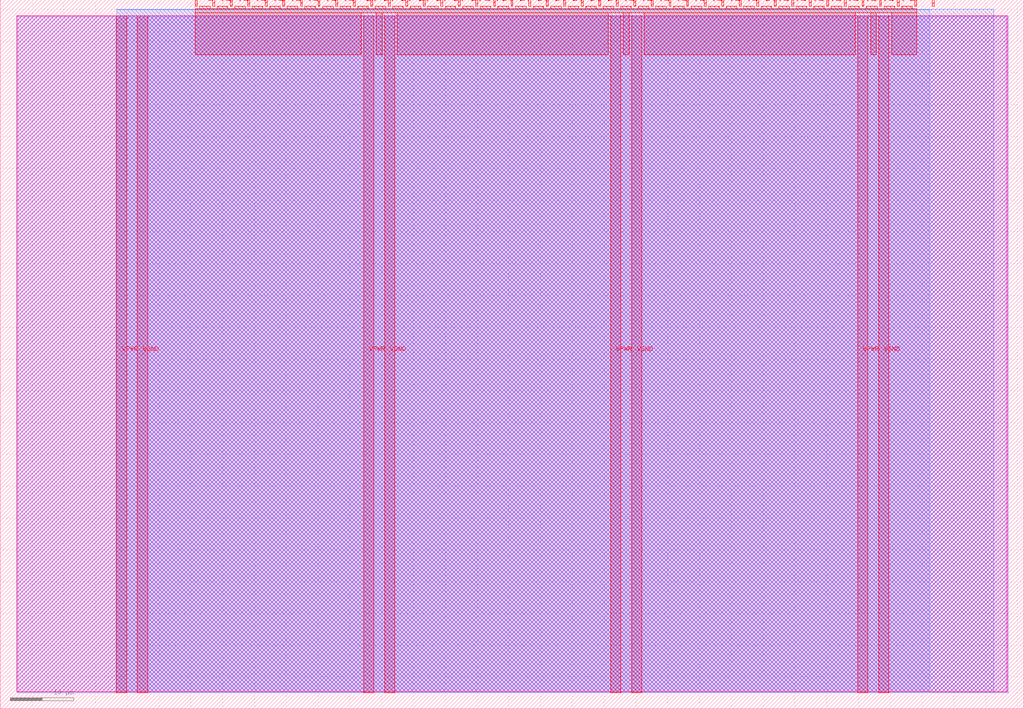
<source format=lef>
VERSION 5.7 ;
  NOWIREEXTENSIONATPIN ON ;
  DIVIDERCHAR "/" ;
  BUSBITCHARS "[]" ;
MACRO tt_um_rte_sine_synth
  CLASS BLOCK ;
  FOREIGN tt_um_rte_sine_synth ;
  ORIGIN 0.000 0.000 ;
  SIZE 161.000 BY 111.520 ;
  PIN VGND
    DIRECTION INOUT ;
    USE GROUND ;
    PORT
      LAYER met4 ;
        RECT 21.580 2.480 23.180 109.040 ;
    END
    PORT
      LAYER met4 ;
        RECT 60.450 2.480 62.050 109.040 ;
    END
    PORT
      LAYER met4 ;
        RECT 99.320 2.480 100.920 109.040 ;
    END
    PORT
      LAYER met4 ;
        RECT 138.190 2.480 139.790 109.040 ;
    END
  END VGND
  PIN VPWR
    DIRECTION INOUT ;
    USE POWER ;
    PORT
      LAYER met4 ;
        RECT 18.280 2.480 19.880 109.040 ;
    END
    PORT
      LAYER met4 ;
        RECT 57.150 2.480 58.750 109.040 ;
    END
    PORT
      LAYER met4 ;
        RECT 96.020 2.480 97.620 109.040 ;
    END
    PORT
      LAYER met4 ;
        RECT 134.890 2.480 136.490 109.040 ;
    END
  END VPWR
  PIN clk
    DIRECTION INPUT ;
    USE SIGNAL ;
    ANTENNAGATEAREA 0.852000 ;
    PORT
      LAYER met4 ;
        RECT 143.830 110.520 144.130 111.520 ;
    END
  END clk
  PIN ena
    DIRECTION INPUT ;
    USE SIGNAL ;
    PORT
      LAYER met4 ;
        RECT 146.590 110.520 146.890 111.520 ;
    END
  END ena
  PIN rst_n
    DIRECTION INPUT ;
    USE SIGNAL ;
    ANTENNAGATEAREA 0.196500 ;
    PORT
      LAYER met4 ;
        RECT 141.070 110.520 141.370 111.520 ;
    END
  END rst_n
  PIN ui_in[0]
    DIRECTION INPUT ;
    USE SIGNAL ;
    ANTENNAGATEAREA 0.196500 ;
    PORT
      LAYER met4 ;
        RECT 138.310 110.520 138.610 111.520 ;
    END
  END ui_in[0]
  PIN ui_in[1]
    DIRECTION INPUT ;
    USE SIGNAL ;
    ANTENNAGATEAREA 0.196500 ;
    PORT
      LAYER met4 ;
        RECT 135.550 110.520 135.850 111.520 ;
    END
  END ui_in[1]
  PIN ui_in[2]
    DIRECTION INPUT ;
    USE SIGNAL ;
    ANTENNAGATEAREA 0.196500 ;
    PORT
      LAYER met4 ;
        RECT 132.790 110.520 133.090 111.520 ;
    END
  END ui_in[2]
  PIN ui_in[3]
    DIRECTION INPUT ;
    USE SIGNAL ;
    ANTENNAGATEAREA 0.196500 ;
    PORT
      LAYER met4 ;
        RECT 130.030 110.520 130.330 111.520 ;
    END
  END ui_in[3]
  PIN ui_in[4]
    DIRECTION INPUT ;
    USE SIGNAL ;
    ANTENNAGATEAREA 0.196500 ;
    PORT
      LAYER met4 ;
        RECT 127.270 110.520 127.570 111.520 ;
    END
  END ui_in[4]
  PIN ui_in[5]
    DIRECTION INPUT ;
    USE SIGNAL ;
    ANTENNAGATEAREA 0.196500 ;
    PORT
      LAYER met4 ;
        RECT 124.510 110.520 124.810 111.520 ;
    END
  END ui_in[5]
  PIN ui_in[6]
    DIRECTION INPUT ;
    USE SIGNAL ;
    ANTENNAGATEAREA 0.196500 ;
    PORT
      LAYER met4 ;
        RECT 121.750 110.520 122.050 111.520 ;
    END
  END ui_in[6]
  PIN ui_in[7]
    DIRECTION INPUT ;
    USE SIGNAL ;
    ANTENNAGATEAREA 0.196500 ;
    PORT
      LAYER met4 ;
        RECT 118.990 110.520 119.290 111.520 ;
    END
  END ui_in[7]
  PIN uio_in[0]
    DIRECTION INPUT ;
    USE SIGNAL ;
    PORT
      LAYER met4 ;
        RECT 116.230 110.520 116.530 111.520 ;
    END
  END uio_in[0]
  PIN uio_in[1]
    DIRECTION INPUT ;
    USE SIGNAL ;
    PORT
      LAYER met4 ;
        RECT 113.470 110.520 113.770 111.520 ;
    END
  END uio_in[1]
  PIN uio_in[2]
    DIRECTION INPUT ;
    USE SIGNAL ;
    PORT
      LAYER met4 ;
        RECT 110.710 110.520 111.010 111.520 ;
    END
  END uio_in[2]
  PIN uio_in[3]
    DIRECTION INPUT ;
    USE SIGNAL ;
    PORT
      LAYER met4 ;
        RECT 107.950 110.520 108.250 111.520 ;
    END
  END uio_in[3]
  PIN uio_in[4]
    DIRECTION INPUT ;
    USE SIGNAL ;
    PORT
      LAYER met4 ;
        RECT 105.190 110.520 105.490 111.520 ;
    END
  END uio_in[4]
  PIN uio_in[5]
    DIRECTION INPUT ;
    USE SIGNAL ;
    PORT
      LAYER met4 ;
        RECT 102.430 110.520 102.730 111.520 ;
    END
  END uio_in[5]
  PIN uio_in[6]
    DIRECTION INPUT ;
    USE SIGNAL ;
    PORT
      LAYER met4 ;
        RECT 99.670 110.520 99.970 111.520 ;
    END
  END uio_in[6]
  PIN uio_in[7]
    DIRECTION INPUT ;
    USE SIGNAL ;
    PORT
      LAYER met4 ;
        RECT 96.910 110.520 97.210 111.520 ;
    END
  END uio_in[7]
  PIN uio_oe[0]
    DIRECTION OUTPUT ;
    USE SIGNAL ;
    PORT
      LAYER met4 ;
        RECT 49.990 110.520 50.290 111.520 ;
    END
  END uio_oe[0]
  PIN uio_oe[1]
    DIRECTION OUTPUT ;
    USE SIGNAL ;
    PORT
      LAYER met4 ;
        RECT 47.230 110.520 47.530 111.520 ;
    END
  END uio_oe[1]
  PIN uio_oe[2]
    DIRECTION OUTPUT ;
    USE SIGNAL ;
    PORT
      LAYER met4 ;
        RECT 44.470 110.520 44.770 111.520 ;
    END
  END uio_oe[2]
  PIN uio_oe[3]
    DIRECTION OUTPUT ;
    USE SIGNAL ;
    PORT
      LAYER met4 ;
        RECT 41.710 110.520 42.010 111.520 ;
    END
  END uio_oe[3]
  PIN uio_oe[4]
    DIRECTION OUTPUT ;
    USE SIGNAL ;
    PORT
      LAYER met4 ;
        RECT 38.950 110.520 39.250 111.520 ;
    END
  END uio_oe[4]
  PIN uio_oe[5]
    DIRECTION OUTPUT ;
    USE SIGNAL ;
    PORT
      LAYER met4 ;
        RECT 36.190 110.520 36.490 111.520 ;
    END
  END uio_oe[5]
  PIN uio_oe[6]
    DIRECTION OUTPUT ;
    USE SIGNAL ;
    PORT
      LAYER met4 ;
        RECT 33.430 110.520 33.730 111.520 ;
    END
  END uio_oe[6]
  PIN uio_oe[7]
    DIRECTION OUTPUT ;
    USE SIGNAL ;
    PORT
      LAYER met4 ;
        RECT 30.670 110.520 30.970 111.520 ;
    END
  END uio_oe[7]
  PIN uio_out[0]
    DIRECTION OUTPUT ;
    USE SIGNAL ;
    PORT
      LAYER met4 ;
        RECT 72.070 110.520 72.370 111.520 ;
    END
  END uio_out[0]
  PIN uio_out[1]
    DIRECTION OUTPUT ;
    USE SIGNAL ;
    PORT
      LAYER met4 ;
        RECT 69.310 110.520 69.610 111.520 ;
    END
  END uio_out[1]
  PIN uio_out[2]
    DIRECTION OUTPUT ;
    USE SIGNAL ;
    PORT
      LAYER met4 ;
        RECT 66.550 110.520 66.850 111.520 ;
    END
  END uio_out[2]
  PIN uio_out[3]
    DIRECTION OUTPUT ;
    USE SIGNAL ;
    PORT
      LAYER met4 ;
        RECT 63.790 110.520 64.090 111.520 ;
    END
  END uio_out[3]
  PIN uio_out[4]
    DIRECTION OUTPUT ;
    USE SIGNAL ;
    PORT
      LAYER met4 ;
        RECT 61.030 110.520 61.330 111.520 ;
    END
  END uio_out[4]
  PIN uio_out[5]
    DIRECTION OUTPUT ;
    USE SIGNAL ;
    PORT
      LAYER met4 ;
        RECT 58.270 110.520 58.570 111.520 ;
    END
  END uio_out[5]
  PIN uio_out[6]
    DIRECTION OUTPUT ;
    USE SIGNAL ;
    PORT
      LAYER met4 ;
        RECT 55.510 110.520 55.810 111.520 ;
    END
  END uio_out[6]
  PIN uio_out[7]
    DIRECTION OUTPUT ;
    USE SIGNAL ;
    ANTENNADIFFAREA 0.445500 ;
    PORT
      LAYER met4 ;
        RECT 52.750 110.520 53.050 111.520 ;
    END
  END uio_out[7]
  PIN uo_out[0]
    DIRECTION OUTPUT ;
    USE SIGNAL ;
    ANTENNADIFFAREA 0.795200 ;
    PORT
      LAYER met4 ;
        RECT 94.150 110.520 94.450 111.520 ;
    END
  END uo_out[0]
  PIN uo_out[1]
    DIRECTION OUTPUT ;
    USE SIGNAL ;
    ANTENNADIFFAREA 0.445500 ;
    PORT
      LAYER met4 ;
        RECT 91.390 110.520 91.690 111.520 ;
    END
  END uo_out[1]
  PIN uo_out[2]
    DIRECTION OUTPUT ;
    USE SIGNAL ;
    ANTENNADIFFAREA 0.445500 ;
    PORT
      LAYER met4 ;
        RECT 88.630 110.520 88.930 111.520 ;
    END
  END uo_out[2]
  PIN uo_out[3]
    DIRECTION OUTPUT ;
    USE SIGNAL ;
    ANTENNADIFFAREA 0.445500 ;
    PORT
      LAYER met4 ;
        RECT 85.870 110.520 86.170 111.520 ;
    END
  END uo_out[3]
  PIN uo_out[4]
    DIRECTION OUTPUT ;
    USE SIGNAL ;
    ANTENNADIFFAREA 0.445500 ;
    PORT
      LAYER met4 ;
        RECT 83.110 110.520 83.410 111.520 ;
    END
  END uo_out[4]
  PIN uo_out[5]
    DIRECTION OUTPUT ;
    USE SIGNAL ;
    ANTENNADIFFAREA 0.445500 ;
    PORT
      LAYER met4 ;
        RECT 80.350 110.520 80.650 111.520 ;
    END
  END uo_out[5]
  PIN uo_out[6]
    DIRECTION OUTPUT ;
    USE SIGNAL ;
    ANTENNADIFFAREA 0.445500 ;
    PORT
      LAYER met4 ;
        RECT 77.590 110.520 77.890 111.520 ;
    END
  END uo_out[6]
  PIN uo_out[7]
    DIRECTION OUTPUT ;
    USE SIGNAL ;
    ANTENNADIFFAREA 0.445500 ;
    PORT
      LAYER met4 ;
        RECT 74.830 110.520 75.130 111.520 ;
    END
  END uo_out[7]
  OBS
      LAYER nwell ;
        RECT 2.570 2.635 158.430 108.990 ;
      LAYER li1 ;
        RECT 2.760 2.635 158.240 108.885 ;
      LAYER met1 ;
        RECT 2.760 2.480 158.540 109.040 ;
      LAYER met2 ;
        RECT 18.310 2.535 156.300 110.005 ;
      LAYER met3 ;
        RECT 18.290 2.555 146.215 109.985 ;
      LAYER met4 ;
        RECT 31.370 110.120 33.030 110.520 ;
        RECT 34.130 110.120 35.790 110.520 ;
        RECT 36.890 110.120 38.550 110.520 ;
        RECT 39.650 110.120 41.310 110.520 ;
        RECT 42.410 110.120 44.070 110.520 ;
        RECT 45.170 110.120 46.830 110.520 ;
        RECT 47.930 110.120 49.590 110.520 ;
        RECT 50.690 110.120 52.350 110.520 ;
        RECT 53.450 110.120 55.110 110.520 ;
        RECT 56.210 110.120 57.870 110.520 ;
        RECT 58.970 110.120 60.630 110.520 ;
        RECT 61.730 110.120 63.390 110.520 ;
        RECT 64.490 110.120 66.150 110.520 ;
        RECT 67.250 110.120 68.910 110.520 ;
        RECT 70.010 110.120 71.670 110.520 ;
        RECT 72.770 110.120 74.430 110.520 ;
        RECT 75.530 110.120 77.190 110.520 ;
        RECT 78.290 110.120 79.950 110.520 ;
        RECT 81.050 110.120 82.710 110.520 ;
        RECT 83.810 110.120 85.470 110.520 ;
        RECT 86.570 110.120 88.230 110.520 ;
        RECT 89.330 110.120 90.990 110.520 ;
        RECT 92.090 110.120 93.750 110.520 ;
        RECT 94.850 110.120 96.510 110.520 ;
        RECT 97.610 110.120 99.270 110.520 ;
        RECT 100.370 110.120 102.030 110.520 ;
        RECT 103.130 110.120 104.790 110.520 ;
        RECT 105.890 110.120 107.550 110.520 ;
        RECT 108.650 110.120 110.310 110.520 ;
        RECT 111.410 110.120 113.070 110.520 ;
        RECT 114.170 110.120 115.830 110.520 ;
        RECT 116.930 110.120 118.590 110.520 ;
        RECT 119.690 110.120 121.350 110.520 ;
        RECT 122.450 110.120 124.110 110.520 ;
        RECT 125.210 110.120 126.870 110.520 ;
        RECT 127.970 110.120 129.630 110.520 ;
        RECT 130.730 110.120 132.390 110.520 ;
        RECT 133.490 110.120 135.150 110.520 ;
        RECT 136.250 110.120 137.910 110.520 ;
        RECT 139.010 110.120 140.670 110.520 ;
        RECT 141.770 110.120 143.430 110.520 ;
        RECT 30.655 109.440 144.145 110.120 ;
        RECT 30.655 102.855 56.750 109.440 ;
        RECT 59.150 102.855 60.050 109.440 ;
        RECT 62.450 102.855 95.620 109.440 ;
        RECT 98.020 102.855 98.920 109.440 ;
        RECT 101.320 102.855 134.490 109.440 ;
        RECT 136.890 102.855 137.790 109.440 ;
        RECT 140.190 102.855 144.145 109.440 ;
  END
END tt_um_rte_sine_synth
END LIBRARY


</source>
